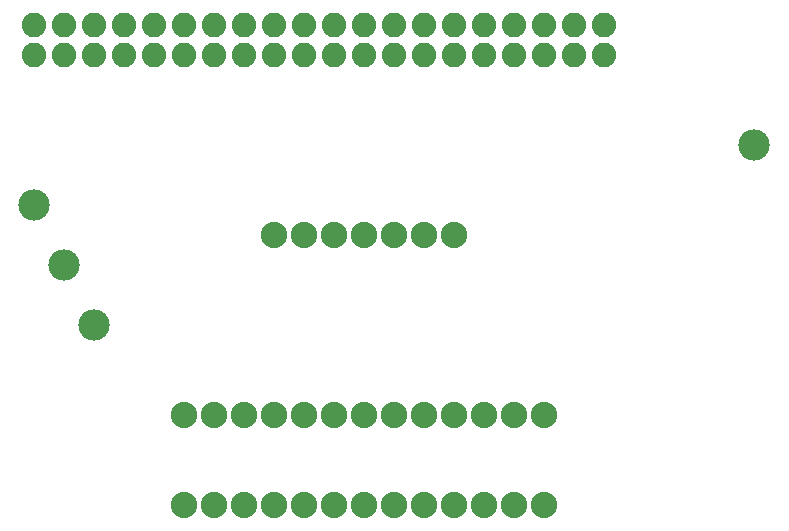
<source format=gts>
G04 MADE WITH FRITZING*
G04 WWW.FRITZING.ORG*
G04 DOUBLE SIDED*
G04 HOLES PLATED*
G04 CONTOUR ON CENTER OF CONTOUR VECTOR*
%ASAXBY*%
%FSLAX23Y23*%
%MOIN*%
%OFA0B0*%
%SFA1.0B1.0*%
%ADD10C,0.104488*%
%ADD11C,0.081889*%
%ADD12C,0.081917*%
%ADD13C,0.088000*%
%LNMASK1*%
G90*
G70*
G54D10*
X2722Y1681D03*
X522Y1081D03*
X422Y1281D03*
X322Y1481D03*
G54D11*
X322Y1981D03*
X422Y1981D03*
X522Y1981D03*
X622Y1981D03*
G54D12*
X722Y1981D03*
G54D11*
X822Y1981D03*
X922Y1981D03*
X1022Y1981D03*
X1122Y1981D03*
G54D12*
X1222Y1981D03*
G54D11*
X1322Y1981D03*
G54D12*
X1422Y1981D03*
G54D11*
X1522Y1981D03*
X1622Y1981D03*
X1722Y1981D03*
X1822Y1981D03*
G54D12*
X1922Y1981D03*
G54D11*
X2022Y1981D03*
X2122Y1981D03*
X2222Y1981D03*
X2222Y2081D03*
X2122Y2081D03*
X2022Y2081D03*
G54D12*
X1922Y2081D03*
G54D11*
X1822Y2081D03*
X1722Y2081D03*
X1622Y2081D03*
X1522Y2081D03*
G54D12*
X1422Y2081D03*
G54D11*
X1322Y2081D03*
G54D12*
X1222Y2081D03*
G54D11*
X1122Y2081D03*
X1022Y2081D03*
X922Y2081D03*
X822Y2081D03*
G54D12*
X722Y2081D03*
G54D11*
X622Y2081D03*
X522Y2081D03*
X422Y2081D03*
X322Y2081D03*
G54D13*
X2022Y781D03*
X1722Y1381D03*
X822Y481D03*
X922Y481D03*
X1022Y481D03*
X1122Y481D03*
X1222Y481D03*
X1322Y481D03*
X1422Y481D03*
X1522Y481D03*
X1622Y481D03*
X1722Y481D03*
X1822Y481D03*
X1922Y481D03*
X2022Y481D03*
X1622Y1381D03*
X1522Y1381D03*
X1422Y1381D03*
X1322Y1381D03*
X1222Y1381D03*
X1122Y1381D03*
X1922Y781D03*
X1722Y781D03*
X1622Y781D03*
X1822Y781D03*
X1522Y781D03*
X1422Y781D03*
X1322Y781D03*
X1222Y781D03*
X1122Y781D03*
X1022Y781D03*
X922Y781D03*
X822Y781D03*
G04 End of Mask1*
M02*
</source>
